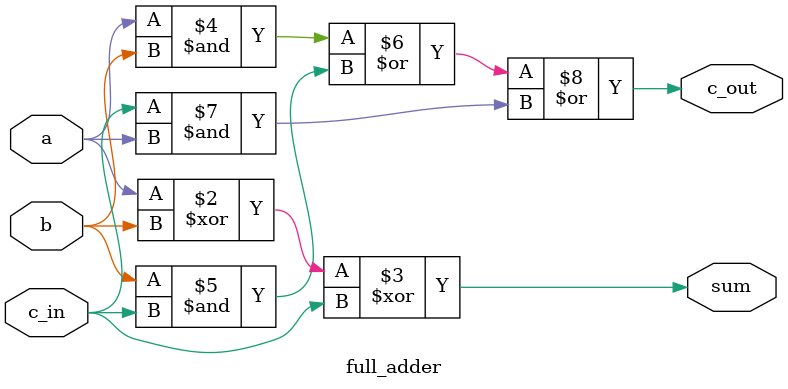
<source format=sv>
module full_adder(
  input logic a, b,
  output logic sum,
  input logic c_in,
  output logic c_out
);

always_comb begin
  sum = a ^ b ^ c_in;
  c_out = (a & b) | (b & c_in) | (c_in & a);
end

endmodule

</source>
